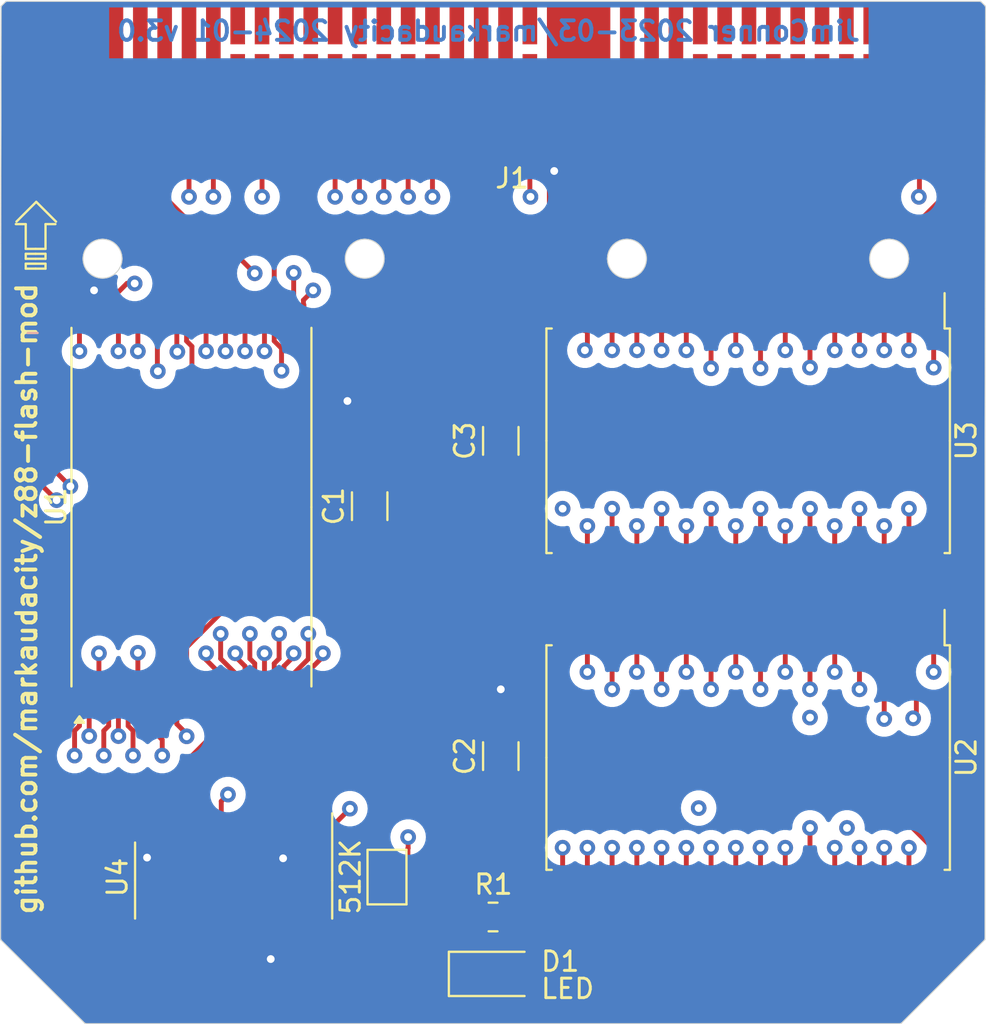
<source format=kicad_pcb>
(kicad_pcb (version 20240108) (generator "pcbnew") (generator_version "8.0")
  (layers (0 "F.Cu" signal) (1 "In1.Cu" signal) (2 "In2.Cu" signal) (31 "B.Cu" signal) (34 "B.Paste" user) (35 "F.Paste" user) (36 "B.SilkS" user "B.Silkscreen") (37 "F.SilkS" user "F.Silkscreen") (38 "B.Mask" user) (39 "F.Mask" user) (44 "Edge.Cuts" user))
  (net 0 "")
  (net 1 "GND")
  (net 2 "VCC")
  (net 3 "/D2")
  (net 4 "/D1")
  (net 5 "/A14")
  (net 6 "/D0")
  (net 7 "/A13")
  (net 8 "/A0")
  (net 9 "/A8")
  (net 10 "/A1")
  (net 11 "/A9")
  (net 12 "/A2")
  (net 13 "/A11")
  (net 14 "/A3")
  (net 15 "/A4")
  (net 16 "/A10")
  (net 17 "/A5")
  (net 18 "/A6")
  (net 19 "/D7")
  (net 20 "/A7")
  (net 21 "/D6")
  (net 22 "/A12")
  (net 23 "/D5")
  (net 24 "/A15")
  (net 25 "/D4")
  (net 26 "/A16")
  (net 27 "/D3")
  (net 28 "/WEL")
  (net 29 "/ROE")
  (net 30 "Net-(D1-K)")
  (net 31 "Net-(D1-A)")
  (net 55 "/A17")
  (net 56 "/A19")
  (net 57 "/A18")
  (net 58 "/~{SE1}")
  (net 76 "Net-(JP1-A)")
  (net 77 "Net-(U3-CE#)")
  (footprint "Capacitor_SMD:C_1206_3216Metric" (layer "F.Cu") (at 141.351 101.727 90)
    (property "Reference" "C2")
    (property "Value" "100nF")
  )
  (footprint "Capacitor_SMD:C_1206_3216Metric" (layer "F.Cu") (at 141.351 85.549 90)
    (property "Reference" "C3")
    (property "Value" "100nF")
  )
  (footprint "Package_SO:SSOP-32_11.305x20.495mm_P1.27mm" (layer "F.Cu") (at 154.051 101.8 -90)
    (property "Reference" "U2")
    (property "Value" "HY628400A LLG-70")
  )
  (footprint "Package_SO:SO-16_3.9x9.9mm_P1.27mm" (layer "F.Cu") (at 127.635 108.112 -90)
    (property "Reference" "U4")
    (property "Value" "74LS139")
  )
  (footprint "LED_SMD:LED_1206_3216Metric" (layer "F.Cu") (at 140.97 112.903)
    (property "Reference" "D1")
    (property "Value" "LED")
  )
  (footprint "Package_SO:TSOP-I-48_18.4x12mm_P0.5mm" (layer "F.Cu") (at 125.469 88.949 90)
    (property "Reference" "U1")
    (property "Value" "AM29F800B [JEDEC 1024k x8 / 512k x 16]")
  )
  (footprint "Jumper:SolderJumper-2_P1.3mm_Open_Pad1.0x1.5mm" (layer "F.Cu") (at 135.509 107.935 90)
    (property "Reference" "512K")
    (property "Value" "512KB RAM")
  )
  (footprint "Resistor_SMD:R_0805_2012Metric_Pad1.20x1.40mm_HandSolder" (layer "F.Cu") (at 140.954 109.982)
    (property "Reference" "R1")
    (property "Value" "220R")
  )
  (footprint "Capacitor_SMD:C_1206_3216Metric" (layer "F.Cu") (at 134.62 88.9 90)
    (property "Reference" "C1")
    (property "Value" "100nF" (hide yes))
  )
  (footprint "Z88_Connector:Z88_connector" (layer "F.Cu") (at 117.844 64.199)
    (property "Reference" "J1")
    (property "Value" "Conn_Z88" (hide yes))
  )
  (footprint "Package_SO:SSOP-32_11.305x20.495mm_P1.27mm" (layer "F.Cu") (at 154.051 85.544 -90)
    (property "Reference" "U3")
    (property "Value" "HY628400A LLG-70")
  )
  (gr_poly (pts (xy 138.719 66.699) (xy 141.969 66.699) (xy 141.969 70.699) (xy 140.344 72.324) (xy 138.719 70.699)) (fill solid) (layer "F.Cu") (net 2))
  (gr_poly (pts (xy 143.719 63.199) (xy 146.969 63.199) (xy 146.969 68.199) (xy 145.719 68.199) (xy 145.719 70.699) (xy 143.719 72.699)) (fill solid) (layer "F.Cu") (net 1))
  (gr_line (start 117.062 80.01) (end 117.57 80.01) (stroke (width 0.12)) (layer "B.SilkS"))
  (gr_line (start 116.961 76.203) (end 117.469 76.203) (stroke (width 0.12)) (layer "F.SilkS"))
  (gr_line (start 116.961 76.711) (end 117.469 76.711) (stroke (width 0.12)) (layer "F.SilkS"))
  (gr_line (start 116.961 74.425) (end 116.961 75.695) (stroke (width 0.12)) (layer "F.SilkS"))
  (gr_line (start 116.961 76.457) (end 117.469 76.457) (stroke (width 0.12)) (layer "F.SilkS"))
  (gr_line (start 116.453 74.425) (end 116.961 74.425) (stroke (width 0.12)) (layer "F.SilkS"))
  (gr_line (start 116.961 76.457) (end 116.961 76.711) (stroke (width 0.12)) (layer "F.SilkS"))
  (gr_line (start 117.501 73.282) (end 116.485 74.298) (stroke (width 0.12)) (layer "F.SilkS"))
  (gr_line (start 116.961 75.949) (end 117.469 75.949) (stroke (width 0.12)) (layer "F.SilkS"))
  (gr_line (start 117.469 76.457) (end 116.961 76.457) (stroke (width 0.12)) (layer "F.SilkS"))
  (gr_line (start 116.961 75.949) (end 116.961 76.203) (stroke (width 0.12)) (layer "F.SilkS"))
  (gr_line (start 116.961 75.695) (end 117.469 75.695) (stroke (width 0.12)) (layer "F.SilkS"))
  (gr_line (start 118.485 74.425) (end 117.977 74.425) (stroke (width 0.12)) (layer "F.SilkS"))
  (gr_line (start 117.977 76.203) (end 117.469 76.203) (stroke (width 0.12)) (layer "F.SilkS"))
  (gr_line (start 117.977 75.949) (end 117.469 75.949) (stroke (width 0.12)) (layer "F.SilkS"))
  (gr_line (start 117.977 74.425) (end 117.977 75.695) (stroke (width 0.12)) (layer "F.SilkS"))
  (gr_line (start 117.977 76.457) (end 117.469 76.457) (stroke (width 0.12)) (layer "F.SilkS"))
  (gr_line (start 117.977 75.695) (end 117.469 75.695) (stroke (width 0.12)) (layer "F.SilkS"))
  (gr_line (start 117.501 73.282) (end 118.517 74.298) (stroke (width 0.12)) (layer "F.SilkS"))
  (gr_line (start 117.977 76.711) (end 117.469 76.711) (stroke (width 0.12)) (layer "F.SilkS"))
  (gr_line (start 117.977 76.457) (end 117.977 76.711) (stroke (width 0.12)) (layer "F.SilkS"))
  (gr_line (start 117.977 75.949) (end 117.977 76.203) (stroke (width 0.12)) (layer "F.SilkS"))
  (gr_line (start 166.211 86.741) (end 166.243 63.246) (stroke (width 0.05)) (layer "Edge.Cuts"))
  (gr_circle (center 147.828 76.2) (end 148.828 76.2) (stroke (width 0.05)) (fill none) (layer "Edge.Cuts"))
  (gr_line (start 115.665 111.141) (end 115.665 86.741) (stroke (width 0.05)) (layer "Edge.Cuts"))
  (gr_line (start 115.697 63.246) (end 115.951 62.992) (stroke (width 0.05)) (layer "Edge.Cuts"))
  (gr_circle (center 134.366 76.2) (end 135.366 76.2) (stroke (width 0.05)) (fill none) (layer "Edge.Cuts"))
  (gr_circle (center 120.904 76.2) (end 121.904 76.2) (stroke (width 0.05)) (fill none) (layer "Edge.Cuts"))
  (gr_line (start 120.015 115.459) (end 115.665 111.141) (stroke (width 0.05)) (layer "Edge.Cuts"))
  (gr_line (start 166.211 111.141) (end 161.893 115.459) (stroke (width 0.05)) (layer "Edge.Cuts"))
  (gr_line (start 161.893 115.459) (end 120.015 115.459) (stroke (width 0.05)) (layer "Edge.Cuts"))
  (gr_line (start 165.989 62.992) (end 166.243 63.246) (stroke (width 0.05)) (layer "Edge.Cuts"))
  (gr_circle (center 161.29 76.2) (end 162.29 76.2) (stroke (width 0.05)) (fill none) (layer "Edge.Cuts"))
  (gr_line (start 115.951 62.992) (end 165.989 62.992) (stroke (width 0.05)) (layer "Edge.Cuts"))
  (gr_line (start 166.211 86.741) (end 166.211 111.141) (stroke (width 0.05)) (layer "Edge.Cuts"))
  (gr_line (start 115.665 86.741) (end 115.697 63.246) (stroke (width 0.05)) (layer "Edge.Cuts"))
  (gr_text "JimConner 2023-03/markaudacity 2024-01 v3.0" (at 140.716 64.516 0) (layer "B.Cu") (effects (font (size 1 1) (thickness 0.2)) (justify mirror)))
  (gr_text "github.com/markaudacity/z88-flash-mod" (at 117.594 109.949 90) (layer "F.SilkS") (effects (font (size 1 1) (thickness 0.2) (bold yes)) (justify left bottom)))
  (segment (start 128.27 110.687) (end 128.27 111.125) (width 0.25) (layer "F.Cu") (net 1))
  (segment (start 144.094 71.699) (end 144.094 75.489) (width 0.75) (layer "F.Cu") (net 1))
  (segment (start 130.81 110.687) (end 130.81 111.125) (width 0.25) (layer "F.Cu") (net 1))
  (segment (start 120.219 78.074) (end 120.469 77.824) (width 0.25) (layer "F.Cu") (net 1))
  (segment (start 144.094 75.489) (end 143.383 76.2) (width 0.75) (layer "F.Cu") (net 1))
  (segment (start 141.351 98.298) (end 141.351 100.252) (width 0.5) (layer "F.Cu") (net 1))
  (segment (start 134.62 84.645) (end 134.62 87.425) (width 0.25) (layer "F.Cu") (net 1))
  (segment (start 130.81 111.379) (end 130.81 110.687) (width 0.5) (layer "F.Cu") (net 1))
  (segment (start 133.477 83.502) (end 133.433702 83.502) (width 0.25) (layer "F.Cu") (net 1))
  (segment (start 141.351 84.074) (end 141.351 78.232) (width 0.75) (layer "F.Cu") (net 1))
  (segment (start 123.19 106.934) (end 123.19 105.537) (width 0.5) (layer "F.Cu") (net 1))
  (segment (start 144.526 77.343) (end 143.383 76.2) (width 0.5) (layer "F.Cu") (net 1))
  (segment (start 144.145 97.282) (end 144.526 96.901) (width 0.5) (layer "F.Cu") (net 1))
  (segment (start 144.526 78.994) (end 144.526 77.343) (width 0.5) (layer "F.Cu") (net 1))
  (segment (start 129.54 112.141) (end 130.048 112.141) (width 0.5) (layer "F.Cu") (net 1))
  (segment (start 141.351 98.298) (end 142.367 97.282) (width 0.5) (layer "F.Cu") (net 1))
  (segment (start 120.469 77.824) (end 120.719 78.074) (width 0.25) (layer "F.Cu") (net 1))
  (segment (start 129.54 106.336) (end 129.54 105.537) (width 0.5) (layer "F.Cu") (net 1))
  (segment (start 130.219 80.287298) (end 130.219 79.2615) (width 0.25) (layer "F.Cu") (net 1))
  (segment (start 144.094 66.949) (end 144.094 71.699) (width 0.75) (layer "F.Cu") (net 1))
  (segment (start 120.219 79.2615) (end 120.219 78.074) (width 0.25) (layer "F.Cu") (net 1))
  (segment (start 120.719 78.074) (end 120.719 79.2615) (width 0.25) (layer "F.Cu") (net 1))
  (segment (start 130.175 106.971) (end 129.54 106.336) (width 0.5) (layer "F.Cu") (net 1))
  (segment (start 133.433702 83.502) (end 130.219 80.287298) (width 0.25) (layer "F.Cu") (net 1))
  (segment (start 142.367 97.282) (end 144.145 97.282) (width 0.5) (layer "F.Cu") (net 1))
  (segment (start 128.27 111.506) (end 128.27 110.687) (width 0.5) (layer "F.Cu") (net 1))
  (segment (start 141.351 78.232) (end 143.383 76.2) (width 0.75) (layer "F.Cu") (net 1))
  (segment (start 133.477 83.502) (end 134.62 84.645) (width 0.25) (layer "F.Cu") (net 1))
  (segment (start 128.905 112.141) (end 128.27 111.506) (width 0.5) (layer "F.Cu") (net 1))
  (segment (start 129.54 110.687) (end 129.54 112.141) (width 0.5) (layer "F.Cu") (net 1))
  (segment (start 144.526 96.901) (end 144.526 95.25) (width 0.5) (layer "F.Cu") (net 1))
  (segment (start 130.048 112.141) (end 130.81 111.379) (width 0.5) (layer "F.Cu") (net 1))
  (segment (start 129.54 112.141) (end 128.905 112.141) (width 0.5) (layer "F.Cu") (net 1))
  (via (at 123.19 106.934) (size 0.8) (drill 0.4) (layers "F.Cu" "B.Cu") (net 1))
  (via (at 141.351 98.298) (size 0.8) (drill 0.4) (layers "F.Cu" "B.Cu") (net 1))
  (via (at 133.477 83.502) (size 0.8) (drill 0.4) (layers "F.Cu" "B.Cu") (net 1))
  (via (at 120.469 77.824) (size 0.8) (drill 0.4) (layers "F.Cu" "B.Cu") (net 1))
  (via (at 129.54 112.141) (size 0.8) (drill 0.4) (layers "F.Cu" "B.Cu") (net 1))
  (via (at 130.175 106.971) (size 0.8) (drill 0.4) (layers "F.Cu" "B.Cu") (net 1))
  (via (at 144.094 71.699) (size 0.8) (drill 0.4) (layers "F.Cu" "B.Cu") (net 1))
  (segment (start 161.919 87.024) (end 141.351 87.024) (width 0.5) (layer "F.Cu") (net 2))
  (segment (start 138.303 107.537) (end 139.954 109.188) (width 0.75) (layer "F.Cu") (net 2))
  (segment (start 163.576 92.094) (end 163.576 88.681) (width 0.5) (layer "F.Cu") (net 2))
  (segment (start 139.954 109.188) (end 139.954 109.982) (width 0.75) (layer "F.Cu") (net 2))
  (segment (start 163.576 88.681) (end 161.919 87.024) (width 0.5) (layer "F.Cu") (net 2))
  (segment (start 125.219 98.6365) (end 125.219 96.142) (width 0.25) (layer "F.Cu") (net 2))
  (segment (start 138.303 108.585) (end 138.303 107.537) (width 0.75) (layer "F.Cu") (net 2))
  (segment (start 136.201 110.687) (end 138.303 108.585) (width 0.75) (layer "F.Cu") (net 2))
  (segment (start 160.460859 103.202) (end 163.576 106.317141) (width 0.5) (layer "F.Cu") (net 2))
  (segment (start 132.08 110.687) (end 136.201 110.687) (width 0.75) (layer "F.Cu") (net 2))
  (segment (start 134.62 90.375) (end 135.939 90.375) (width 0.75) (layer "F.Cu") (net 2))
  (segment (start 138.303 85.217) (end 138.303 88.011) (width 0.75) (layer "F.Cu") (net 2))
  (segment (start 140.11 87.024) (end 138.303 85.217) (width 0.75) (layer "F.Cu") (net 2))
  (segment (start 140.344 69.5115) (end 140.344 73.4605) (width 0.75) (layer "F.Cu") (net 2))
  (segment (start 125.494 84.8795) (end 125.494 80.698695) (width 0.25) (layer "F.Cu") (net 2))
  (segment (start 163.576 106.317141) (end 163.576 108.35) (width 0.5) (layer "F.Cu") (net 2))
  (segment (start 125.219 80.423695) (end 125.219 79.2615) (width 0.25) (layer "F.Cu") (net 2))
  (segment (start 140.344 73.4605) (end 138.303 75.5015) (width 0.75) (layer "F.Cu") (net 2))
  (segment (start 138.303 101.6) (end 138.303 107.537) (width 0.75) (layer "F.Cu") (net 2))
  (segment (start 130.9895 90.375) (end 125.494 84.8795) (width 0.25) (layer "F.Cu") (net 2))
  (segment (start 141.351 103.202) (end 139.905 103.202) (width 0.75) (layer "F.Cu") (net 2))
  (segment (start 125.494 80.698695) (end 125.219 80.423695) (width 0.25) (layer "F.Cu") (net 2))
  (segment (start 138.303 75.5015) (end 138.303 85.217) (width 0.75) (layer "F.Cu") (net 2))
  (segment (start 134.62 90.375) (end 130.9895 90.375) (width 0.25) (layer "F.Cu") (net 2))
  (segment (start 135.939 90.375) (end 138.303 88.011) (width 0.75) (layer "F.Cu") (net 2))
  (segment (start 141.351 87.024) (end 140.11 87.024) (width 0.75) (layer "F.Cu") (net 2))
  (segment (start 139.905 103.202) (end 138.303 101.6) (width 0.75) (layer "F.Cu") (net 2))
  (segment (start 138.303 88.011) (end 138.303 101.6) (width 0.75) (layer "F.Cu") (net 2))
  (segment (start 125.219 96.142) (end 130.986 90.375) (width 0.25) (layer "F.Cu") (net 2))
  (segment (start 141.351 103.202) (end 160.460859 103.202) (width 0.5) (layer "F.Cu") (net 2))
  (segment (start 145.796 74.93) (end 147.844 72.882) (width 0.25) (layer "F.Cu") (net 3))
  (segment (start 127.219 79.2615) (end 127.219 80.949) (width 0.25) (layer "F.Cu") (net 3))
  (segment (start 145.669 80.899) (end 145.796 80.772) (width 0.25) (layer "F.Cu") (net 3))
  (segment (start 145.796 80.772) (end 145.796 78.994) (width 0.25) (layer "F.Cu") (net 3))
  (segment (start 145.796 97.409) (end 145.796 95.25) (width 0.25) (layer "F.Cu") (net 3))
  (segment (start 145.669 79.121) (end 145.796 78.994) (width 0.25) (layer "F.Cu") (net 3))
  (segment (start 147.844 72.882) (end 147.844 69.199) (width 0.25) (layer "F.Cu") (net 3))
  (segment (start 145.796 78.994) (end 145.796 74.93) (width 0.25) (layer "F.Cu") (net 3))
  (via (at 145.669 80.899) (size 0.8) (drill 0.4) (layers "F.Cu" "B.Cu") (net 3))
  (via (at 127.219 80.949) (size 0.8) (drill 0.4) (layers "F.Cu" "B.Cu") (net 3))
  (via (at 145.796 97.409) (size 0.8) (drill 0.4) (layers "F.Cu" "B.Cu") (net 3))
  (segment (start 147.066 78.994) (end 147.066 80.899) (width 0.25) (layer "F.Cu") (net 4))
  (segment (start 147.066 98.189611) (end 147.066 95.25) (width 0.25) (layer "F.Cu") (net 4))
  (segment (start 146.431 76.835) (end 146.431 75.5015) (width 0.25) (layer "F.Cu") (net 4))
  (segment (start 128.219 79.2615) (end 128.219 80.949) (width 0.25) (layer "F.Cu") (net 4))
  (segment (start 149.094 72.8385) (end 149.094 69.199) (width 0.25) (layer "F.Cu") (net 4))
  (segment (start 146.431 75.5015) (end 149.094 72.8385) (width 0.25) (layer "F.Cu") (net 4))
  (segment (start 147.066 77.47) (end 146.431 76.835) (width 0.25) (layer "F.Cu") (net 4))
  (segment (start 147.007153 98.248458) (end 147.066 98.189611) (width 0.25) (layer "F.Cu") (net 4))
  (segment (start 147.066 78.994) (end 147.066 77.47) (width 0.25) (layer "F.Cu") (net 4))
  (via (at 147.066 98.298) (size 0.8) (drill 0.4) (layers "F.Cu" "B.Cu") (net 4))
  (via (at 128.219 80.949) (size 0.8) (drill 0.4) (layers "F.Cu" "B.Cu") (net 4))
  (via (at 147.066 80.899) (size 0.8) (drill 0.4) (layers "F.Cu" "B.Cu") (net 4))
  (segment (start 142.844 68.199) (end 142.844 72.994) (width 0.25) (layer "F.Cu") (net 5))
  (segment (start 161.036 99.822) (end 161.036 95.25) (width 0.25) (layer "F.Cu") (net 5))
  (segment (start 161.036 78.994) (end 161.036 80.899) (width 0.25) (layer "F.Cu") (net 5))
  (segment (start 142.844 72.994) (end 142.875 73.025) (width 0.25) (layer "F.Cu") (net 5))
  (segment (start 120.719 98.6365) (end 120.719 96.449) (width 0.25) (layer "F.Cu") (net 5))
  (via (at 161.036 80.899) (size 0.8) (drill 0.4) (layers "F.Cu" "B.Cu") (net 5))
  (via (at 161.036 99.822) (size 0.8) (drill 0.4) (layers "F.Cu" "B.Cu") (net 5))
  (via (at 142.875 73.025) (size 0.8) (drill 0.4) (layers "F.Cu" "B.Cu") (net 5))
  (via (at 120.719 96.449) (size 0.8) (drill 0.4) (layers "F.Cu" "B.Cu") (net 5))
  (segment (start 148.336 77.724) (end 149.225 76.835) (width 0.25) (layer "F.Cu") (net 6))
  (segment (start 149.225 74.144) (end 150.344 73.025) (width 0.25) (layer "F.Cu") (net 6))
  (segment (start 148.344 80.899) (end 148.336 80.891) (width 0.25) (layer "F.Cu") (net 6))
  (segment (start 129.219 79.2615) (end 129.219 80.949) (width 0.25) (layer "F.Cu") (net 6))
  (segment (start 148.336 80.891) (end 148.336 78.994) (width 0.25) (layer "F.Cu") (net 6))
  (segment (start 150.344 73.025) (end 150.344 69.199) (width 0.25) (layer "F.Cu") (net 6))
  (segment (start 149.225 76.835) (end 149.225 74.144) (width 0.25) (layer "F.Cu") (net 6))
  (segment (start 148.336 78.994) (end 148.336 77.724) (width 0.25) (layer "F.Cu") (net 6))
  (segment (start 148.336 95.25) (end 148.336 97.409) (width 0.25) (layer "F.Cu") (net 6))
  (via (at 148.344 80.899) (size 0.8) (drill 0.4) (layers "F.Cu" "B.Cu") (net 6))
  (via (at 129.219 80.949) (size 0.8) (drill 0.4) (layers "F.Cu" "B.Cu") (net 6))
  (via (at 148.336 97.409) (size 0.8) (drill 0.4) (layers "F.Cu" "B.Cu") (net 6))
  (segment (start 158.496 89.916) (end 158.496 92.094) (width 0.25) (layer "F.Cu") (net 7))
  (segment (start 158.496 108.35) (end 158.496 106.426) (width 0.25) (layer "F.Cu") (net 7))
  (segment (start 136.594 68.199) (end 136.594 73.025) (width 0.25) (layer "F.Cu") (net 7))
  (segment (start 121.219 98.6365) (end 121.219 100.173695) (width 0.25) (layer "F.Cu") (net 7))
  (segment (start 120.969 100.423695) (end 120.969 101.699) (width 0.25) (layer "F.Cu") (net 7))
  (segment (start 158.496 92.094) (end 158.496 89.789) (width 0.25) (layer "F.Cu") (net 7))
  (segment (start 121.219 100.173695) (end 120.969 100.423695) (width 0.25) (layer "F.Cu") (net 7))
  (via (at 158.496 89.916) (size 0.8) (drill 0.4) (layers "F.Cu" "B.Cu") (net 7))
  (via (at 158.496 106.426) (size 0.8) (drill 0.4) (layers "F.Cu" "B.Cu") (net 7))
  (via (at 136.594 73.025) (size 0.8) (drill 0.4) (layers "F.Cu" "B.Cu") (net 7))
  (via (at 120.969 101.699) (size 0.8) (drill 0.4) (layers "F.Cu" "B.Cu") (net 7))
  (segment (start 121.219 78.406236) (end 121.219 79.2615) (width 0.25) (layer "F.Cu") (net 8))
  (segment (start 149.606 78.994) (end 149.606 77.47) (width 0.25) (layer "F.Cu") (net 8))
  (segment (start 149.606 77.47) (end 149.987 77.089) (width 0.25) (layer "F.Cu") (net 8))
  (segment (start 149.606 80.899) (end 149.606 78.994) (width 0.25) (layer "F.Cu") (net 8))
  (segment (start 122.155236 77.47) (end 121.219 78.406236) (width 0.25) (layer "F.Cu") (net 8))
  (segment (start 122.555 77.47) (end 122.155236 77.47) (width 0.25) (layer "F.Cu") (net 8))
  (segment (start 149.606 98.298) (end 149.606 95.25) (width 0.25) (layer "F.Cu") (net 8))
  (segment (start 149.987 77.089) (end 149.987 74.632) (width 0.25) (layer "F.Cu") (net 8))
  (segment (start 151.594 73.025) (end 151.594 68.199) (width 0.25) (layer "F.Cu") (net 8))
  (segment (start 149.987 74.632) (end 151.594 73.025) (width 0.25) (layer "F.Cu") (net 8))
  (via (at 149.606 80.899) (size 0.8) (drill 0.4) (layers "F.Cu" "B.Cu") (net 8))
  (via (at 149.606 98.298) (size 0.8) (drill 0.4) (layers "F.Cu" "B.Cu") (net 8))
  (via (at 122.555 77.47) (size 0.8) (drill 0.4) (layers "F.Cu" "B.Cu") (net 8))
  (segment (start 135.344 73.025) (end 135.344 68.199) (width 0.25) (layer "F.Cu") (net 9))
  (segment (start 128.219 97.110701) (end 127.719003 96.610704) (width 0.25) (layer "F.Cu") (net 9))
  (segment (start 127.719003 96.610704) (end 127.719003 96.449) (width 0.25) (layer "F.Cu") (net 9))
  (segment (start 128.219 98.6365) (end 128.219 97.110701) (width 0.25) (layer "F.Cu") (net 9))
  (segment (start 157.226 105.41) (end 157.226 108.35) (width 0.25) (layer "F.Cu") (net 9))
  (segment (start 157.226 89.027) (end 157.226 92.094) (width 0.25) (layer "F.Cu") (net 9))
  (via (at 157.226 89.027) (size 0.8) (drill 0.4) (layers "F.Cu" "B.Cu") (net 9))
  (via (at 135.344 73.025) (size 0.8) (drill 0.4) (layers "F.Cu" "B.Cu") (net 9))
  (via (at 157.226 99.748) (size 0.8) (drill 0.4) (layers "F.Cu" "B.Cu") (net 9))
  (via (at 157.226 105.41) (size 0.8) (drill 0.4) (layers "F.Cu" "B.Cu") (net 9))
  (via (at 127.719003 96.449) (size 0.8) (drill 0.4) (layers "F.Cu" "B.Cu") (net 9))
  (segment (start 150.876 97.409) (end 150.876 95.25) (width 0.25) (layer "F.Cu") (net 10))
  (segment (start 131.719 77.824) (end 131.219 78.324) (width 0.25) (layer "F.Cu") (net 10))
  (segment (start 152.844 72.962) (end 152.844 68.199) (width 0.25) (layer "F.Cu") (net 10))
  (segment (start 150.876 78.994) (end 150.876 74.93) (width 0.25) (layer "F.Cu") (net 10))
  (segment (start 131.219 78.324) (end 131.219 79.2615) (width 0.25) (layer "F.Cu") (net 10))
  (segment (start 150.876 74.93) (end 152.844 72.962) (width 0.25) (layer "F.Cu") (net 10))
  (segment (start 150.876 80.899) (end 150.876 78.994) (width 0.25) (layer "F.Cu") (net 10))
  (via (at 150.876 80.899) (size 0.8) (drill 0.4) (layers "F.Cu" "B.Cu") (net 10))
  (via (at 131.719 77.824) (size 0.8) (drill 0.4) (layers "F.Cu" "B.Cu") (net 10))
  (via (at 150.876 97.409) (size 0.8) (drill 0.4) (layers "F.Cu" "B.Cu") (net 10))
  (segment (start 123.219 98.6365) (end 123.219 100.1365) (width 0.25) (layer "F.Cu") (net 11))
  (segment (start 134.094 68.199) (end 134.094 73.025) (width 0.25) (layer "F.Cu") (net 11))
  (segment (start 123.969 100.8865) (end 123.969 101.699) (width 0.25) (layer "F.Cu") (net 11))
  (segment (start 155.956 108.35) (end 155.956 106.426) (width 0.25) (layer "F.Cu") (net 11))
  (segment (start 155.956 89.916) (end 155.956 92.094) (width 0.25) (layer "F.Cu") (net 11))
  (segment (start 123.219 100.1365) (end 123.969 100.8865) (width 0.25) (layer "F.Cu") (net 11))
  (via (at 123.969 101.699) (size 0.8) (drill 0.4) (layers "F.Cu" "B.Cu") (net 11))
  (via (at 155.956 89.916) (size 0.8) (drill 0.4) (layers "F.Cu" "B.Cu") (net 11))
  (via (at 155.956 106.426) (size 0.8) (drill 0.4) (layers "F.Cu" "B.Cu") (net 11))
  (via (at 134.094 73.025) (size 0.8) (drill 0.4) (layers "F.Cu" "B.Cu") (net 11))
  (segment (start 131.219 97.626514) (end 132.219 96.626514) (width 0.25) (layer "F.Cu") (net 12))
  (segment (start 152.146 74.93) (end 154.094 72.982) (width 0.25) (layer "F.Cu") (net 12))
  (segment (start 152.146 78.994) (end 152.146 81.824) (width 0.25) (layer "F.Cu") (net 12))
  (segment (start 132.219 96.626514) (end 132.219 96.449) (width 0.25) (layer "F.Cu") (net 12))
  (segment (start 154.094 72.982) (end 154.094 68.199) (width 0.25) (layer "F.Cu") (net 12))
  (segment (start 152.146 78.994) (end 152.146 74.93) (width 0.25) (layer "F.Cu") (net 12))
  (segment (start 152.146 98.298) (end 152.146 95.25) (width 0.25) (layer "F.Cu") (net 12))
  (segment (start 131.219 98.6365) (end 131.219 97.626514) (width 0.25) (layer "F.Cu") (net 12))
  (via (at 152.146 98.298) (size 0.8) (drill 0.4) (layers "F.Cu" "B.Cu") (net 12))
  (via (at 152.146 81.824) (size 0.8) (drill 0.4) (layers "F.Cu" "B.Cu") (net 12))
  (via (at 132.219 96.449) (size 0.8) (drill 0.4) (layers "F.Cu" "B.Cu") (net 12))
  (segment (start 154.686 89.027) (end 154.686 92.094) (width 0.25) (layer "F.Cu") (net 13))
  (segment (start 154.686 108.35) (end 154.686 106.426) (width 0.25) (layer "F.Cu") (net 13))
  (segment (start 122.219 98.6365) (end 122.219 100.173695) (width 0.25) (layer "F.Cu") (net 13))
  (segment (start 122.219 100.173695) (end 122.469 100.423695) (width 0.25) (layer "F.Cu") (net 13))
  (segment (start 122.469 100.423695) (end 122.469 101.699) (width 0.25) (layer "F.Cu") (net 13))
  (segment (start 132.844 73.025) (end 132.844 68.199) (width 0.25) (layer "F.Cu") (net 13))
  (via (at 132.844 73.025) (size 0.8) (drill 0.4) (layers "F.Cu" "B.Cu") (net 13))
  (via (at 122.469 101.699) (size 0.8) (drill 0.4) (layers "F.Cu" "B.Cu") (net 13))
  (via (at 154.686 89.027) (size 0.8) (drill 0.4) (layers "F.Cu" "B.Cu") (net 13))
  (via (at 154.686 106.426) (size 0.8) (drill 0.4) (layers "F.Cu" "B.Cu") (net 13))
  (segment (start 131.469 96.740118) (end 131.469 95.449) (width 0.25) (layer "F.Cu") (net 14))
  (segment (start 153.416 78.994) (end 153.416 80.899) (width 0.25) (layer "F.Cu") (net 14))
  (segment (start 153.416 74.93) (end 155.344 73.002) (width 0.25) (layer "F.Cu") (net 14))
  (segment (start 153.416 78.994) (end 153.416 74.93) (width 0.25) (layer "F.Cu") (net 14))
  (segment (start 155.344 73.002) (end 155.344 68.199) (width 0.25) (layer "F.Cu") (net 14))
  (segment (start 130.719 98.6365) (end 130.719 97.490118) (width 0.25) (layer "F.Cu") (net 14))
  (segment (start 153.416 97.409) (end 153.416 95.25) (width 0.25) (layer "F.Cu") (net 14))
  (segment (start 130.719 97.490118) (end 131.469 96.740118) (width 0.25) (layer "F.Cu") (net 14))
  (via (at 153.416 80.899) (size 0.8) (drill 0.4) (layers "F.Cu" "B.Cu") (net 14))
  (via (at 153.416 97.409) (size 0.8) (drill 0.4) (layers "F.Cu" "B.Cu") (net 14))
  (via (at 131.469 95.449) (size 0.8) (drill 0.4) (layers "F.Cu" "B.Cu") (net 14))
  (segment (start 130.219 98.6365) (end 130.219 97.110701) (width 0.25) (layer "F.Cu") (net 15))
  (segment (start 154.686 78.994) (end 154.686 81.824) (width 0.25) (layer "F.Cu") (net 15))
  (segment (start 154.686 98.298) (end 154.686 95.25) (width 0.25) (layer "F.Cu") (net 15))
  (segment (start 154.686 78.994) (end 154.686 74.933) (width 0.25) (layer "F.Cu") (net 15))
  (segment (start 156.594 73.025) (end 156.594 68.199) (width 0.25) (layer "F.Cu") (net 15))
  (segment (start 130.719 96.610701) (end 130.719 96.449) (width 0.25) (layer "F.Cu") (net 15))
  (segment (start 130.219 97.110701) (end 130.719 96.610701) (width 0.25) (layer "F.Cu") (net 15))
  (segment (start 154.686 74.933) (end 156.594 73.025) (width 0.25) (layer "F.Cu") (net 15))
  (via (at 130.719 96.449) (size 0.8) (drill 0.4) (layers "F.Cu" "B.Cu") (net 15))
  (via (at 154.686 98.298) (size 0.8) (drill 0.4) (layers "F.Cu" "B.Cu") (net 15))
  (via (at 154.686 81.824) (size 0.8) (drill 0.4) (layers "F.Cu" "B.Cu") (net 15))
  (segment (start 122.719 96.424) (end 122.719 98.6365) (width 0.25) (layer "F.Cu") (net 16))
  (segment (start 152.146 108.35) (end 152.146 106.426) (width 0.25) (layer "F.Cu") (net 16))
  (segment (start 129.094 68.199) (end 129.094 73.025) (width 0.25) (layer "F.Cu") (net 16))
  (segment (start 152.146 89.027) (end 152.146 92.094) (width 0.25) (layer "F.Cu") (net 16))
  (via (at 152.146 106.426) (size 0.8) (drill 0.4) (layers "F.Cu" "B.Cu") (net 16))
  (via (at 152.146 89.027) (size 0.8) (drill 0.4) (layers "F.Cu" "B.Cu") (net 16))
  (via (at 122.719 96.424) (size 0.8) (drill 0.4) (layers "F.Cu" "B.Cu") (net 16))
  (via (at 129.094 73.025) (size 0.8) (drill 0.4) (layers "F.Cu" "B.Cu") (net 16))
  (segment (start 155.956 97.409) (end 155.956 95.25) (width 0.25) (layer "F.Cu") (net 17))
  (segment (start 129.969 96.724305) (end 129.969 95.449) (width 0.25) (layer "F.Cu") (net 17))
  (segment (start 155.956 74.93) (end 157.861 73.025) (width 0.25) (layer "F.Cu") (net 17))
  (segment (start 129.719 98.6365) (end 129.719 96.974305) (width 0.25) (layer "F.Cu") (net 17))
  (segment (start 155.956 78.994) (end 155.956 74.93) (width 0.25) (layer "F.Cu") (net 17))
  (segment (start 129.719 96.974305) (end 129.969 96.724305) (width 0.25) (layer "F.Cu") (net 17))
  (segment (start 157.861 73.025) (end 157.861 68.043) (width 0.25) (layer "F.Cu") (net 17))
  (segment (start 155.956 78.994) (end 155.956 80.899) (width 0.25) (layer "F.Cu") (net 17))
  (segment (start 157.861 68.043) (end 157.896 68.008) (width 0.25) (layer "F.Cu") (net 17))
  (via (at 155.956 80.899) (size 0.8) (drill 0.4) (layers "F.Cu" "B.Cu") (net 17))
  (via (at 129.969 95.449) (size 0.8) (drill 0.4) (layers "F.Cu" "B.Cu") (net 17))
  (via (at 155.956 97.409) (size 0.8) (drill 0.4) (layers "F.Cu" "B.Cu") (net 17))
  (segment (start 157.226 98.298) (end 157.226 95.25) (width 0.25) (layer "F.Cu") (net 18))
  (segment (start 157.226 78.994) (end 157.226 74.931396) (width 0.25) (layer "F.Cu") (net 18))
  (segment (start 157.226 74.931396) (end 159.094 73.063396) (width 0.25) (layer "F.Cu") (net 18))
  (segment (start 159.094 73.063396) (end 159.094 68.199) (width 0.25) (layer "F.Cu") (net 18))
  (segment (start 157.226 78.994) (end 157.226 81.788) (width 0.25) (layer "F.Cu") (net 18))
  (segment (start 129.219 98.6365) (end 129.219 96.449) (width 0.25) (layer "F.Cu") (net 18))
  (via (at 157.226 98.298) (size 0.8) (drill 0.4) (layers "F.Cu" "B.Cu") (net 18))
  (via (at 157.226 81.788) (size 0.8) (drill 0.4) (layers "F.Cu" "B.Cu") (net 18))
  (via (at 129.219 96.449) (size 0.8) (drill 0.4) (layers "F.Cu" "B.Cu") (net 18))
  (segment (start 126.594 69.199) (end 126.594 73.025) (width 0.25) (layer "F.Cu") (net 19))
  (segment (start 149.606 108.35) (end 149.606 106.426) (width 0.25) (layer "F.Cu") (net 19))
  (segment (start 121.719 79.2615) (end 121.719 80.949) (width 0.25) (layer "F.Cu") (net 19))
  (segment (start 149.606 89.027) (end 149.606 92.094) (width 0.25) (layer "F.Cu") (net 19))
  (via (at 126.594 73.025) (size 0.8) (drill 0.4) (layers "F.Cu" "B.Cu") (net 19))
  (via (at 149.606 106.426) (size 0.8) (drill 0.4) (layers "F.Cu" "B.Cu") (net 19))
  (via (at 121.719 80.949) (size 0.8) (drill 0.4) (layers "F.Cu" "B.Cu") (net 19))
  (via (at 149.606 89.027) (size 0.8) (drill 0.4) (layers "F.Cu" "B.Cu") (net 19))
  (segment (start 128.719 98.6365) (end 128.719 96.974305) (width 0.25) (layer "F.Cu") (net 20))
  (segment (start 128.469 96.724305) (end 128.469 95.449) (width 0.25) (layer "F.Cu") (net 20))
  (segment (start 158.496 74.93) (end 160.344 73.082) (width 0.25) (layer "F.Cu") (net 20))
  (segment (start 158.496 97.409) (end 158.496 95.25) (width 0.25) (layer "F.Cu") (net 20))
  (segment (start 158.496 78.994) (end 158.496 74.93) (width 0.25) (layer "F.Cu") (net 20))
  (segment (start 158.496 78.994) (end 158.496 80.899) (width 0.25) (layer "F.Cu") (net 20))
  (segment (start 160.344 73.082) (end 160.344 68.199) (width 0.25) (layer "F.Cu") (net 20))
  (segment (start 128.719 96.974305) (end 128.469 96.724305) (width 0.25) (layer "F.Cu") (net 20))
  (via (at 128.469 95.449) (size 0.8) (drill 0.4) (layers "F.Cu" "B.Cu") (net 20))
  (via (at 158.496 80.899) (size 0.8) (drill 0.4) (layers "F.Cu" "B.Cu") (net 20))
  (via (at 158.496 97.409) (size 0.8) (drill 0.4) (layers "F.Cu" "B.Cu") (net 20))
  (segment (start 148.336 89.916) (end 148.336 92.094) (width 0.25) (layer "F.Cu") (net 21))
  (segment (start 125.344 69.199) (end 125.344 73.025) (width 0.25) (layer "F.Cu") (net 21))
  (segment (start 122.719 79.2615) (end 122.719 80.949) (width 0.25) (layer "F.Cu") (net 21))
  (segment (start 148.336 108.35) (end 148.336 106.426) (width 0.25) (layer "F.Cu") (net 21))
  (via (at 148.336 89.916) (size 0.8) (drill 0.4) (layers "F.Cu" "B.Cu") (net 21))
  (via (at 122.719 80.949) (size 0.8) (drill 0.4) (layers "F.Cu" "B.Cu") (net 21))
  (via (at 125.344 73.025) (size 0.8) (drill 0.4) (layers "F.Cu" "B.Cu") (net 21))
  (via (at 148.336 106.426) (size 0.8) (drill 0.4) (layers "F.Cu" "B.Cu") (net 21))
  (segment (start 161.594 73.102) (end 159.766 74.93) (width 0.25) (layer "F.Cu") (net 22))
  (segment (start 159.766 98.298) (end 159.766 95.25) (width 0.25) (layer "F.Cu") (net 22))
  (segment (start 159.766 74.93) (end 159.766 78.994) (width 0.25) (layer "F.Cu") (net 22))
  (segment (start 159.766 78.994) (end 159.766 80.899) (width 0.25) (layer "F.Cu") (net 22))
  (segment (start 161.594 68.199) (end 161.594 73.102) (width 0.25) (layer "F.Cu") (net 22))
  (segment (start 121.719 98.6365) (end 121.719 100.699) (width 0.25) (layer "F.Cu") (net 22))
  (via (at 159.126 105.41) (size 0.8) (drill 0.4) (layers "F.Cu" "B.Cu") (net 22))
  (via (at 159.766 98.298) (size 0.8) (drill 0.4) (layers "F.Cu" "B.Cu") (net 22))
  (via (at 159.766 80.899) (size 0.8) (drill 0.4) (layers "F.Cu" "B.Cu") (net 22))
  (via (at 121.719 100.699) (size 0.8) (drill 0.4) (layers "F.Cu" "B.Cu") (net 22))
  (segment (start 123.719 81.949) (end 123.744305 81.974305) (width 0.25) (layer "F.Cu") (net 23))
  (segment (start 123.719 79.2615) (end 123.719 81.949) (width 0.25) (layer "F.Cu") (net 23))
  (segment (start 147.066 108.35) (end 147.066 106.426) (width 0.25) (layer "F.Cu") (net 23))
  (segment (start 123.719 75.205) (end 123.719 79.2615) (width 0.25) (layer "F.Cu") (net 23))
  (segment (start 121.594 73.08) (end 123.719 75.205) (width 0.25) (layer "F.Cu") (net 23))
  (segment (start 147.066 89.027) (end 147.066 92.094) (width 0.25) (layer "F.Cu") (net 23))
  (segment (start 121.594 69.199) (end 121.594 73.08) (width 0.25) (layer "F.Cu") (net 23))
  (via (at 147.066 106.426) (size 0.8) (drill 0.4) (layers "F.Cu" "B.Cu") (net 23))
  (via (at 123.744305 81.974305) (size 0.8) (drill 0.4) (layers "F.Cu" "B.Cu") (net 23))
  (via (at 147.066 89.027) (size 0.8) (drill 0.4) (layers "F.Cu" "B.Cu") (net 23))
  (segment (start 162.306 108.35) (end 162.306 106.426) (width 0.25) (layer "F.Cu") (net 24))
  (segment (start 162.814 73.025) (end 162.844 72.995) (width 0.25) (layer "F.Cu") (net 24))
  (segment (start 120.219 98.6365) (end 120.219 100.699) (width 0.25) (layer "F.Cu") (net 24))
  (segment (start 162.306 89.027) (end 162.306 92.094) (width 0.25) (layer "F.Cu") (net 24))
  (segment (start 162.844 72.995) (end 162.844 68.199) (width 0.25) (layer "F.Cu") (net 24))
  (segment (start 162.814 68.09) (end 162.896 68.008) (width 0.25) (layer "F.Cu") (net 24))
  (via (at 120.219 100.699) (size 0.8) (drill 0.4) (layers "F.Cu" "B.Cu") (net 24))
  (via (at 162.306 89.027) (size 0.8) (drill 0.4) (layers "F.Cu" "B.Cu") (net 24))
  (via (at 162.814 73.025) (size 0.8) (drill 0.4) (layers "F.Cu" "B.Cu") (net 24))
  (via (at 162.306 106.426) (size 0.8) (drill 0.4) (layers "F.Cu" "B.Cu") (net 24))
  (segment (start 122.844 73.06) (end 124.719 74.935) (width 0.25) (layer "F.Cu") (net 25))
  (segment (start 122.844 69.199) (end 122.844 73.06) (width 0.25) (layer "F.Cu") (net 25))
  (segment (start 124.719 80.949) (end 124.744305 80.974305) (width 0.25) (layer "F.Cu") (net 25))
  (segment (start 145.796 92.094) (end 145.796 89.916) (width 0.25) (layer "F.Cu") (net 25))
  (segment (start 145.796 108.35) (end 145.796 106.426) (width 0.25) (layer "F.Cu") (net 25))
  (segment (start 124.719 79.2615) (end 124.719 80.949) (width 0.25) (layer "F.Cu") (net 25))
  (segment (start 124.719 74.935) (end 124.719 79.2615) (width 0.25) (layer "F.Cu") (net 25))
  (via (at 145.796 106.426) (size 0.8) (drill 0.4) (layers "F.Cu" "B.Cu") (net 25))
  (via (at 124.744305 80.974305) (size 0.8) (drill 0.4) (layers "F.Cu" "B.Cu") (net 25))
  (via (at 145.796 89.916) (size 0.8) (drill 0.4) (layers "F.Cu" "B.Cu") (net 25))
  (segment (start 162.306 98.044) (end 162.306 95.25) (width 0.25) (layer "F.Cu") (net 26))
  (segment (start 164.094 68.199) (end 164.094 73.015) (width 0.25) (layer "F.Cu") (net 26))
  (segment (start 119.469 100.423695) (end 119.469 101.699) (width 0.25) (layer "F.Cu") (net 26))
  (segment (start 162.687 99.621) (end 162.687 98.425) (width 0.25) (layer "F.Cu") (net 26))
  (segment (start 162.687 74.422) (end 162.687 77.089) (width 0.25) (layer "F.Cu") (net 26))
  (segment (start 162.306 78.994) (end 162.306 80.899) (width 0.25) (layer "F.Cu") (net 26))
  (segment (start 162.687 77.089) (end 162.306 77.47) (width 0.25) (layer "F.Cu") (net 26))
  (segment (start 119.719 100.173695) (end 119.469 100.423695) (width 0.25) (layer "F.Cu") (net 26))
  (segment (start 119.719 98.6365) (end 119.719 100.173695) (width 0.25) (layer "F.Cu") (net 26))
  (segment (start 162.523 99.785) (end 162.687 99.621) (width 0.25) (layer "F.Cu") (net 26))
  (segment (start 162.687 98.425) (end 162.306 98.044) (width 0.25) (layer "F.Cu") (net 26))
  (segment (start 162.306 77.47) (end 162.306 78.994) (width 0.25) (layer "F.Cu") (net 26))
  (segment (start 164.094 73.015) (end 162.687 74.422) (width 0.25) (layer "F.Cu") (net 26))
  (via (at 119.469 101.699) (size 0.8) (drill 0.4) (layers "F.Cu" "B.Cu") (net 26))
  (via (at 162.306 80.899) (size 0.8) (drill 0.4) (layers "F.Cu" "B.Cu") (net 26))
  (via (at 162.523 99.785) (size 0.8) (drill 0.4) (layers "F.Cu" "B.Cu") (net 26))
  (segment (start 124.094 73.04) (end 126.219 75.165) (width 0.25) (layer "F.Cu") (net 27))
  (segment (start 126.219 80.949) (end 126.219 79.2615) (width 0.25) (layer "F.Cu") (net 27))
  (segment (start 144.526 108.35) (end 144.526 106.426) (width 0.25) (layer "F.Cu") (net 27))
  (segment (start 124.094 69.199) (end 124.094 73.04) (width 0.25) (layer "F.Cu") (net 27))
  (segment (start 126.219 75.165) (end 126.219 79.2615) (width 0.25) (layer "F.Cu") (net 27))
  (via (at 144.526 89.027) (size 0.8) (drill 0.4) (layers "F.Cu" "B.Cu") (net 27))
  (via (at 126.219 80.949) (size 0.8) (drill 0.4) (layers "F.Cu" "B.Cu") (net 27))
  (via (at 144.526 106.426) (size 0.8) (drill 0.4) (layers "F.Cu" "B.Cu") (net 27))
  (segment (start 125.222 100.5815) (end 124.719 100.0785) (width 0.25) (layer "F.Cu") (net 28))
  (segment (start 159.766 108.35) (end 159.766 106.426) (width 0.25) (layer "F.Cu") (net 28))
  (segment (start 125.222 100.711) (end 125.222 100.5815) (width 0.25) (layer "F.Cu") (net 28))
  (segment (start 124.719 100.0785) (end 124.719 98.6365) (width 0.25) (layer "F.Cu") (net 28))
  (segment (start 137.844 68.199) (end 137.844 73.025) (width 0.25) (layer "F.Cu") (net 28))
  (segment (start 159.766 89.027) (end 159.766 92.094) (width 0.25) (layer "F.Cu") (net 28))
  (via (at 159.766 106.426) (size 0.8) (drill 0.4) (layers "F.Cu" "B.Cu") (net 28))
  (via (at 125.222 100.711) (size 0.8) (drill 0.4) (layers "F.Cu" "B.Cu") (net 28))
  (via (at 159.766 89.027) (size 0.8) (drill 0.4) (layers "F.Cu" "B.Cu") (net 28))
  (via (at 137.844 73.025) (size 0.8) (drill 0.4) (layers "F.Cu" "B.Cu") (net 28))
  (segment (start 130.094 81.949) (end 130.094 80.798695) (width 0.25) (layer "F.Cu") (net 29))
  (segment (start 129.719 79.2615) (end 129.719 75.132) (width 0.25) (layer "F.Cu") (net 29))
  (segment (start 130.344 74.507) (end 130.344 68.199) (width 0.25) (layer "F.Cu") (net 29))
  (segment (start 153.416 89.916) (end 153.416 92.094) (width 0.25) (layer "F.Cu") (net 29))
  (segment (start 130.094 80.798695) (end 129.719 80.423695) (width 0.25) (layer "F.Cu") (net 29))
  (segment (start 129.719 75.132) (end 130.344 74.507) (width 0.25) (layer "F.Cu") (net 29))
  (segment (start 129.719 80.423695) (end 129.719 79.2615) (width 0.25) (layer "F.Cu") (net 29))
  (segment (start 153.416 108.35) (end 153.416 106.426) (width 0.25) (layer "F.Cu") (net 29))
  (via (at 130.094 81.949) (size 0.8) (drill 0.4) (layers "F.Cu" "B.Cu") (net 29))
  (via (at 153.416 89.916) (size 0.8) (drill 0.4) (layers "F.Cu" "B.Cu") (net 29))
  (via (at 153.416 106.426) (size 0.8) (drill 0.4) (layers "F.Cu" "B.Cu") (net 29))
  (segment (start 122.174 104.267) (end 122.174 111.76) (width 0.25) (layer "F.Cu") (net 30))
  (segment (start 123.571 103.632) (end 122.809 103.632) (width 0.25) (layer "F.Cu") (net 30))
  (segment (start 126.719 98.6365) (end 126.719 100.484) (width 0.25) (layer "F.Cu") (net 30))
  (segment (start 122.174 111.76) (end 123.317 112.903) (width 0.25) (layer "F.Cu") (net 30))
  (segment (start 123.317 112.903) (end 139.57 112.903) (width 0.25) (layer "F.Cu") (net 30))
  (segment (start 126.719 100.484) (end 123.571 103.632) (width 0.25) (layer "F.Cu") (net 30))
  (segment (start 122.809 103.632) (end 122.174 104.267) (width 0.25) (layer "F.Cu") (net 30))
  (segment (start 142.37 111.509) (end 142.37 112.903) (width 0.25) (layer "F.Cu") (net 31))
  (segment (start 141.954 109.982) (end 141.954 111.093) (width 0.25) (layer "F.Cu") (net 31))
  (segment (start 141.954 111.093) (end 142.37 111.509) (width 0.25) (layer "F.Cu") (net 31))
  (segment (start 119.719 79.2615) (end 119.719 80.949) (width 0.25) (layer "F.Cu") (net 55))
  (segment (start 120.344 73.077) (end 120.344 68.144) (width 0.25) (layer "F.Cu") (net 55))
  (segment (start 119.507 77.089) (end 119.507 73.914) (width 0.25) (layer "F.Cu") (net 55))
  (segment (start 161.036 89.916) (end 161.036 92.094) (width 0.25) (layer "F.Cu") (net 55))
  (segment (start 119.507 73.914) (end 120.344 73.077) (width 0.25) (layer "F.Cu") (net 55))
  (segment (start 120.396 68.08) (end 120.396 70.205) (width 0.25) (layer "F.Cu") (net 55))
  (segment (start 119.719 77.301) (end 119.507 77.089) (width 0.25) (layer "F.Cu") (net 55))
  (segment (start 161.036 108.35) (end 161.036 106.426) (width 0.25) (layer "F.Cu") (net 55))
  (segment (start 119.719 79.2615) (end 119.719 77.301) (width 0.25) (layer "F.Cu") (net 55))
  (via (at 161.036 89.916) (size 0.8) (drill 0.4) (layers "F.Cu" "B.Cu") (net 55))
  (via (at 119.719 80.949) (size 0.8) (drill 0.4) (layers "F.Cu" "B.Cu") (net 55))
  (via (at 161.036 106.426) (size 0.8) (drill 0.4) (layers "F.Cu" "B.Cu") (net 55))
  (segment (start 127.219 98.6365) (end 127.219 97.781236) (width 0.25) (layer "F.Cu") (net 56))
  (segment (start 127.219 100.422) (end 130.81 104.013) (width 0.25) (layer "F.Cu") (net 56))
  (segment (start 117.844 87.889216) (end 118.545892 88.591108) (width 0.25) (layer "F.Cu") (net 56))
  (segment (start 130.81 104.013) (end 130.81 105.537) (width 0.25) (layer "F.Cu") (net 56))
  (segment (start 117.844 68.144) (end 117.844 87.889216) (width 0.25) (layer "F.Cu") (net 56))
  (segment (start 126.219 96.781236) (end 126.219 96.449) (width 0.25) (layer "F.Cu") (net 56))
  (segment (start 127.219 98.6365) (end 127.219 100.422) (width 0.25) (layer "F.Cu") (net 56))
  (segment (start 127.219 97.781236) (end 126.219 96.781236) (width 0.25) (layer "F.Cu") (net 56))
  (via (at 118.545892 88.591108) (size 0.8) (drill 0.4) (layers "F.Cu" "B.Cu") (net 56))
  (via (at 126.219 96.449) (size 0.8) (drill 0.4) (layers "F.Cu" "B.Cu") (net 56))
  (segment (start 118.594 87.225) (end 118.594 73.557) (width 0.25) (layer "F.Cu") (net 57))
  (segment (start 163.576 78.994) (end 163.576 81.661) (width 0.25) (layer "F.Cu") (net 57))
  (segment (start 119.253 87.884) (end 118.594 87.225) (width 0.25) (layer "F.Cu") (net 57))
  (segment (start 163.576 97.409) (end 163.576 95.25) (width 0.25) (layer "F.Cu") (net 57))
  (segment (start 118.594 73.557) (end 119.094 73.057) (width 0.25) (layer "F.Cu") (net 57))
  (segment (start 127.719 97.474302) (end 126.969006 96.724308) (width 0.25) (layer "F.Cu") (net 57))
  (segment (start 127.719 98.6365) (end 127.719 97.474302) (width 0.25) (layer "F.Cu") (net 57))
  (segment (start 126.969006 96.724308) (end 126.969006 95.449) (width 0.25) (layer "F.Cu") (net 57))
  (segment (start 119.094 73.057) (end 119.094 68.144) (width 0.25) (layer "F.Cu") (net 57))
  (via (at 163.576 81.788) (size 0.8) (drill 0.4) (layers "F.Cu" "B.Cu") (net 57))
  (via (at 126.969006 95.449) (size 0.8) (drill 0.4) (layers "F.Cu" "B.Cu") (net 57))
  (via (at 163.576 97.409) (size 0.8) (drill 0.4) (layers "F.Cu" "B.Cu") (net 57))
  (via (at 119.253 87.884) (size 0.8) (drill 0.4) (layers "F.Cu" "B.Cu") (net 57))
  (segment (start 128.719 76.949) (end 127.844 76.074) (width 0.25) (layer "F.Cu") (net 58))
  (segment (start 127.844 76.074) (end 127.844 68.199) (width 0.25) (layer "F.Cu") (net 58))
  (segment (start 133.604 104.424) (end 132.491 105.537) (width 0.25) (layer "F.Cu") (net 58))
  (segment (start 130.719 76.926) (end 130.719 79.2615) (width 0.25) (layer "F.Cu") (net 58))
  (segment (start 132.08 105.537) (end 132.08 106.68) (width 0.25) (layer "F.Cu") (net 58))
  (segment (start 132.685 107.285) (end 135.509 107.285) (width 0.25) (layer "F.Cu") (net 58))
  (segment (start 132.08 106.68) (end 132.685 107.285) (width 0.25) (layer "F.Cu") (net 58))
  (segment (start 132.491 105.537) (end 132.08 105.537) (width 0.25) (layer "F.Cu") (net 58))
  (via (at 130.719 76.926) (size 0.8) (drill 0.4) (layers "F.Cu" "B.Cu") (net 58))
  (via (at 128.719 76.949) (size 0.8) (drill 0.4) (layers "F.Cu" "B.Cu") (net 58))
  (via (at 133.604 104.424) (size 0.8) (drill 0.4) (layers "F.Cu" "B.Cu") (net 58))
  (segment (start 136.594 105.881) (end 136.594 106.45) (width 0.25) (layer "F.Cu") (net 76))
  (segment (start 129.921 108.585) (end 128.27 106.934) (width 0.25) (layer "F.Cu") (net 76))
  (segment (start 136.594 106.45) (end 136.584 106.46) (width 0.25) (layer "F.Cu") (net 76))
  (segment (start 136.109 108.585) (end 129.921 108.585) (width 0.25) (layer "F.Cu") (net 76))
  (segment (start 136.584 106.46) (end 136.584 108.11) (width 0.25) (layer "F.Cu") (net 76))
  (segment (start 128.27 106.934) (end 128.27 105.537) (width 0.25) (layer "F.Cu") (net 76))
  (segment (start 136.584 108.11) (end 136.109 108.585) (width 0.25) (layer "F.Cu") (net 76))
  (segment (start 150.876 108.35) (end 150.876 106.426) (width 0.25) (layer "F.Cu") (net 76))
  (via (at 136.594 105.881) (size 0.8) (drill 0.4) (layers "F.Cu" "B.Cu") (net 76))
  (via (at 150.876 106.426) (size 0.8) (drill 0.4) (layers "F.Cu" "B.Cu") (net 76))
  (segment (start 127 104.043) (end 127 105.537) (width 0.25) (layer "F.Cu") (net 77))
  (segment (start 127.344 103.699) (end 127 104.043) (width 0.25) (layer "F.Cu") (net 77))
  (segment (start 150.876 92.094) (end 150.876 89.916) (width 0.25) (layer "F.Cu") (net 77))
  (via (at 127.344 103.699) (size 0.8) (drill 0.4) (layers "F.Cu" "B.Cu") (net 77))
  (via (at 151.511 104.394) (size 0.8) (drill 0.4) (layers "F.Cu" "B.Cu") (net 77))
  (via (at 150.876 89.916) (size 0.8) (drill 0.4) (layers "F.Cu" "B.Cu") (net 77))
  (zone (net 1) (net_name "GND") (layer "B.Cu") (connect_pads (clearance 0.508)) (min_thickness 0.254) (fill yes (thermal_gap 0.508) (thermal_bridge_width 0.508))
    (polygon (pts (xy 166.243 63.246) (xy 166.243 111.125) (xy 161.925 115.443) (xy 120.015 115.443) (xy 115.697 111.252) (xy 115.697 63.246) (xy 115.951 62.992) (xy 165.989 62.992)))
  )
)
</source>
